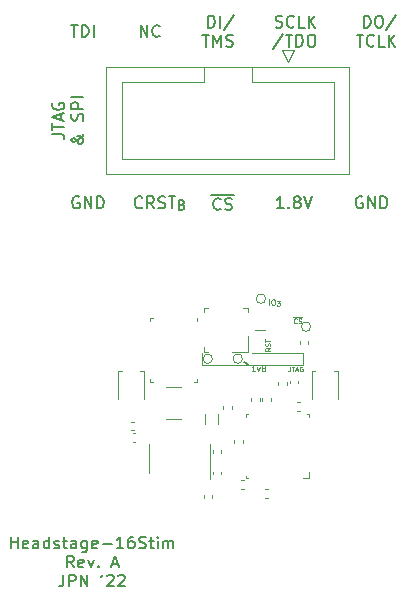
<source format=gto>
%TF.GenerationSoftware,KiCad,Pcbnew,(6.0.0)*%
%TF.CreationDate,2022-12-05T09:44:38-05:00*%
%TF.ProjectId,headstage-16stim,68656164-7374-4616-9765-2d3136737469,A*%
%TF.SameCoordinates,Original*%
%TF.FileFunction,Legend,Top*%
%TF.FilePolarity,Positive*%
%FSLAX46Y46*%
G04 Gerber Fmt 4.6, Leading zero omitted, Abs format (unit mm)*
G04 Created by KiCad (PCBNEW (6.0.0)) date 2022-12-05 09:44:38*
%MOMM*%
%LPD*%
G01*
G04 APERTURE LIST*
%ADD10C,0.120000*%
%ADD11C,0.150000*%
%ADD12C,0.200000*%
%ADD13C,0.125000*%
%ADD14C,0.100000*%
G04 APERTURE END LIST*
D10*
X129890000Y-59230000D02*
X129890000Y-60230000D01*
X124740000Y-59690000D02*
G75*
G03*
X124740000Y-59690000I-400000J0D01*
G01*
X121310000Y-60230000D02*
X121310000Y-59230000D01*
X121310000Y-60230000D02*
X129890000Y-60230000D01*
D11*
X125270000Y-60180000D02*
X124870000Y-59950000D01*
D10*
X122200000Y-59700000D02*
G75*
G03*
X122200000Y-59700000I-400000J0D01*
G01*
X125510000Y-59230000D02*
X129890000Y-59230000D01*
D12*
X128225236Y-46952380D02*
X127653808Y-46952380D01*
X127939522Y-46952380D02*
X127939522Y-45952380D01*
X127844284Y-46095238D01*
X127749046Y-46190476D01*
X127653808Y-46238095D01*
X128653808Y-46857142D02*
X128701427Y-46904761D01*
X128653808Y-46952380D01*
X128606189Y-46904761D01*
X128653808Y-46857142D01*
X128653808Y-46952380D01*
X129272855Y-46380952D02*
X129177617Y-46333333D01*
X129129998Y-46285714D01*
X129082379Y-46190476D01*
X129082379Y-46142857D01*
X129129998Y-46047619D01*
X129177617Y-46000000D01*
X129272855Y-45952380D01*
X129463332Y-45952380D01*
X129558570Y-46000000D01*
X129606189Y-46047619D01*
X129653808Y-46142857D01*
X129653808Y-46190476D01*
X129606189Y-46285714D01*
X129558570Y-46333333D01*
X129463332Y-46380952D01*
X129272855Y-46380952D01*
X129177617Y-46428571D01*
X129129998Y-46476190D01*
X129082379Y-46571428D01*
X129082379Y-46761904D01*
X129129998Y-46857142D01*
X129177617Y-46904761D01*
X129272855Y-46952380D01*
X129463332Y-46952380D01*
X129558570Y-46904761D01*
X129606189Y-46857142D01*
X129653808Y-46761904D01*
X129653808Y-46571428D01*
X129606189Y-46476190D01*
X129558570Y-46428571D01*
X129463332Y-46380952D01*
X129939522Y-45952380D02*
X130272855Y-46952380D01*
X130606189Y-45952380D01*
X116239523Y-46857142D02*
X116191904Y-46904761D01*
X116049047Y-46952380D01*
X115953809Y-46952380D01*
X115810952Y-46904761D01*
X115715714Y-46809523D01*
X115668095Y-46714285D01*
X115620476Y-46523809D01*
X115620476Y-46380952D01*
X115668095Y-46190476D01*
X115715714Y-46095238D01*
X115810952Y-46000000D01*
X115953809Y-45952380D01*
X116049047Y-45952380D01*
X116191904Y-46000000D01*
X116239523Y-46047619D01*
X117239523Y-46952380D02*
X116906190Y-46476190D01*
X116668095Y-46952380D02*
X116668095Y-45952380D01*
X117049047Y-45952380D01*
X117144285Y-46000000D01*
X117191904Y-46047619D01*
X117239523Y-46142857D01*
X117239523Y-46285714D01*
X117191904Y-46380952D01*
X117144285Y-46428571D01*
X117049047Y-46476190D01*
X116668095Y-46476190D01*
X117620476Y-46904761D02*
X117763333Y-46952380D01*
X118001428Y-46952380D01*
X118096666Y-46904761D01*
X118144285Y-46857142D01*
X118191904Y-46761904D01*
X118191904Y-46666666D01*
X118144285Y-46571428D01*
X118096666Y-46523809D01*
X118001428Y-46476190D01*
X117810952Y-46428571D01*
X117715714Y-46380952D01*
X117668095Y-46333333D01*
X117620476Y-46238095D01*
X117620476Y-46142857D01*
X117668095Y-46047619D01*
X117715714Y-46000000D01*
X117810952Y-45952380D01*
X118049047Y-45952380D01*
X118191904Y-46000000D01*
X118477619Y-45952380D02*
X119049047Y-45952380D01*
X118763333Y-46952380D02*
X118763333Y-45952380D01*
X119601428Y-46642857D02*
X119715714Y-46680952D01*
X119753809Y-46719047D01*
X119791904Y-46795238D01*
X119791904Y-46909523D01*
X119753809Y-46985714D01*
X119715714Y-47023809D01*
X119639523Y-47061904D01*
X119334761Y-47061904D01*
X119334761Y-46261904D01*
X119601428Y-46261904D01*
X119677619Y-46300000D01*
X119715714Y-46338095D01*
X119753809Y-46414285D01*
X119753809Y-46490476D01*
X119715714Y-46566666D01*
X119677619Y-46604761D01*
X119601428Y-46642857D01*
X119334761Y-46642857D01*
X122082380Y-45810000D02*
X123082380Y-45810000D01*
X122891903Y-46997142D02*
X122844284Y-47044761D01*
X122701427Y-47092380D01*
X122606189Y-47092380D01*
X122463332Y-47044761D01*
X122368094Y-46949523D01*
X122320475Y-46854285D01*
X122272856Y-46663809D01*
X122272856Y-46520952D01*
X122320475Y-46330476D01*
X122368094Y-46235238D01*
X122463332Y-46140000D01*
X122606189Y-46092380D01*
X122701427Y-46092380D01*
X122844284Y-46140000D01*
X122891903Y-46187619D01*
X123082380Y-45810000D02*
X124034760Y-45810000D01*
X123272856Y-47044761D02*
X123415713Y-47092380D01*
X123653808Y-47092380D01*
X123749046Y-47044761D01*
X123796665Y-46997142D01*
X123844284Y-46901904D01*
X123844284Y-46806666D01*
X123796665Y-46711428D01*
X123749046Y-46663809D01*
X123653808Y-46616190D01*
X123463332Y-46568571D01*
X123368094Y-46520952D01*
X123320475Y-46473333D01*
X123272856Y-46378095D01*
X123272856Y-46282857D01*
X123320475Y-46187619D01*
X123368094Y-46140000D01*
X123463332Y-46092380D01*
X123701427Y-46092380D01*
X123844284Y-46140000D01*
X134891904Y-46000000D02*
X134796666Y-45952380D01*
X134653809Y-45952380D01*
X134510952Y-46000000D01*
X134415714Y-46095238D01*
X134368095Y-46190476D01*
X134320476Y-46380952D01*
X134320476Y-46523809D01*
X134368095Y-46714285D01*
X134415714Y-46809523D01*
X134510952Y-46904761D01*
X134653809Y-46952380D01*
X134749047Y-46952380D01*
X134891904Y-46904761D01*
X134939523Y-46857142D01*
X134939523Y-46523809D01*
X134749047Y-46523809D01*
X135368095Y-46952380D02*
X135368095Y-45952380D01*
X135939523Y-46952380D01*
X135939523Y-45952380D01*
X136415714Y-46952380D02*
X136415714Y-45952380D01*
X136653809Y-45952380D01*
X136796666Y-46000000D01*
X136891904Y-46095238D01*
X136939523Y-46190476D01*
X136987142Y-46380952D01*
X136987142Y-46523809D01*
X136939523Y-46714285D01*
X136891904Y-46809523D01*
X136796666Y-46904761D01*
X136653809Y-46952380D01*
X136415714Y-46952380D01*
X135012857Y-31647380D02*
X135012857Y-30647380D01*
X135250952Y-30647380D01*
X135393809Y-30695000D01*
X135489047Y-30790238D01*
X135536666Y-30885476D01*
X135584285Y-31075952D01*
X135584285Y-31218809D01*
X135536666Y-31409285D01*
X135489047Y-31504523D01*
X135393809Y-31599761D01*
X135250952Y-31647380D01*
X135012857Y-31647380D01*
X136203333Y-30647380D02*
X136393809Y-30647380D01*
X136489047Y-30695000D01*
X136584285Y-30790238D01*
X136631904Y-30980714D01*
X136631904Y-31314047D01*
X136584285Y-31504523D01*
X136489047Y-31599761D01*
X136393809Y-31647380D01*
X136203333Y-31647380D01*
X136108095Y-31599761D01*
X136012857Y-31504523D01*
X135965238Y-31314047D01*
X135965238Y-30980714D01*
X136012857Y-30790238D01*
X136108095Y-30695000D01*
X136203333Y-30647380D01*
X137774761Y-30599761D02*
X136917619Y-31885476D01*
X134393809Y-32257380D02*
X134965238Y-32257380D01*
X134679523Y-33257380D02*
X134679523Y-32257380D01*
X135870000Y-33162142D02*
X135822380Y-33209761D01*
X135679523Y-33257380D01*
X135584285Y-33257380D01*
X135441428Y-33209761D01*
X135346190Y-33114523D01*
X135298571Y-33019285D01*
X135250952Y-32828809D01*
X135250952Y-32685952D01*
X135298571Y-32495476D01*
X135346190Y-32400238D01*
X135441428Y-32305000D01*
X135584285Y-32257380D01*
X135679523Y-32257380D01*
X135822380Y-32305000D01*
X135870000Y-32352619D01*
X136774761Y-33257380D02*
X136298571Y-33257380D01*
X136298571Y-32257380D01*
X137108095Y-33257380D02*
X137108095Y-32257380D01*
X137679523Y-33257380D02*
X137250952Y-32685952D01*
X137679523Y-32257380D02*
X137108095Y-32828809D01*
X108647380Y-40666666D02*
X109361666Y-40666666D01*
X109504523Y-40714285D01*
X109599761Y-40809523D01*
X109647380Y-40952380D01*
X109647380Y-41047619D01*
X108647380Y-40333333D02*
X108647380Y-39761904D01*
X109647380Y-40047619D02*
X108647380Y-40047619D01*
X109361666Y-39476190D02*
X109361666Y-39000000D01*
X109647380Y-39571428D02*
X108647380Y-39238095D01*
X109647380Y-38904761D01*
X108695000Y-38047619D02*
X108647380Y-38142857D01*
X108647380Y-38285714D01*
X108695000Y-38428571D01*
X108790238Y-38523809D01*
X108885476Y-38571428D01*
X109075952Y-38619047D01*
X109218809Y-38619047D01*
X109409285Y-38571428D01*
X109504523Y-38523809D01*
X109599761Y-38428571D01*
X109647380Y-38285714D01*
X109647380Y-38190476D01*
X109599761Y-38047619D01*
X109552142Y-38000000D01*
X109218809Y-38000000D01*
X109218809Y-38190476D01*
X111257380Y-40666666D02*
X111257380Y-40714285D01*
X111209761Y-40809523D01*
X111066904Y-40952380D01*
X110781190Y-41190476D01*
X110638333Y-41285714D01*
X110495476Y-41333333D01*
X110400238Y-41333333D01*
X110305000Y-41285714D01*
X110257380Y-41190476D01*
X110257380Y-41142857D01*
X110305000Y-41047619D01*
X110400238Y-41000000D01*
X110447857Y-41000000D01*
X110543095Y-41047619D01*
X110590714Y-41095238D01*
X110781190Y-41380952D01*
X110828809Y-41428571D01*
X110924047Y-41476190D01*
X111066904Y-41476190D01*
X111162142Y-41428571D01*
X111209761Y-41380952D01*
X111257380Y-41285714D01*
X111257380Y-41142857D01*
X111209761Y-41047619D01*
X111162142Y-41000000D01*
X110971666Y-40857142D01*
X110828809Y-40809523D01*
X110733571Y-40809523D01*
X111209761Y-39523809D02*
X111257380Y-39380952D01*
X111257380Y-39142857D01*
X111209761Y-39047619D01*
X111162142Y-39000000D01*
X111066904Y-38952380D01*
X110971666Y-38952380D01*
X110876428Y-39000000D01*
X110828809Y-39047619D01*
X110781190Y-39142857D01*
X110733571Y-39333333D01*
X110685952Y-39428571D01*
X110638333Y-39476190D01*
X110543095Y-39523809D01*
X110447857Y-39523809D01*
X110352619Y-39476190D01*
X110305000Y-39428571D01*
X110257380Y-39333333D01*
X110257380Y-39095238D01*
X110305000Y-38952380D01*
X111257380Y-38523809D02*
X110257380Y-38523809D01*
X110257380Y-38142857D01*
X110305000Y-38047619D01*
X110352619Y-38000000D01*
X110447857Y-37952380D01*
X110590714Y-37952380D01*
X110685952Y-38000000D01*
X110733571Y-38047619D01*
X110781190Y-38142857D01*
X110781190Y-38523809D01*
X111257380Y-37523809D02*
X110257380Y-37523809D01*
D13*
X125802202Y-60736190D02*
X125516488Y-60736190D01*
X125659345Y-60736190D02*
X125659345Y-60236190D01*
X125611726Y-60307619D01*
X125564107Y-60355238D01*
X125516488Y-60379047D01*
X125968869Y-60402857D02*
X126087916Y-60736190D01*
X126206964Y-60402857D01*
X126468869Y-60450476D02*
X126421250Y-60426666D01*
X126397440Y-60402857D01*
X126373630Y-60355238D01*
X126373630Y-60331428D01*
X126397440Y-60283809D01*
X126421250Y-60260000D01*
X126468869Y-60236190D01*
X126564107Y-60236190D01*
X126611726Y-60260000D01*
X126635535Y-60283809D01*
X126659345Y-60331428D01*
X126659345Y-60355238D01*
X126635535Y-60402857D01*
X126611726Y-60426666D01*
X126564107Y-60450476D01*
X126468869Y-60450476D01*
X126421250Y-60474285D01*
X126397440Y-60498095D01*
X126373630Y-60545714D01*
X126373630Y-60640952D01*
X126397440Y-60688571D01*
X126421250Y-60712380D01*
X126468869Y-60736190D01*
X126564107Y-60736190D01*
X126611726Y-60712380D01*
X126635535Y-60688571D01*
X126659345Y-60640952D01*
X126659345Y-60545714D01*
X126635535Y-60498095D01*
X126611726Y-60474285D01*
X126564107Y-60450476D01*
D12*
X116106904Y-32452380D02*
X116106904Y-31452380D01*
X116678332Y-32452380D01*
X116678332Y-31452380D01*
X117725951Y-32357142D02*
X117678332Y-32404761D01*
X117535475Y-32452380D01*
X117440237Y-32452380D01*
X117297380Y-32404761D01*
X117202142Y-32309523D01*
X117154523Y-32214285D01*
X117106904Y-32023809D01*
X117106904Y-31880952D01*
X117154523Y-31690476D01*
X117202142Y-31595238D01*
X117297380Y-31500000D01*
X117440237Y-31452380D01*
X117535475Y-31452380D01*
X117678332Y-31500000D01*
X117725951Y-31547619D01*
X110891904Y-46000000D02*
X110796666Y-45952380D01*
X110653809Y-45952380D01*
X110510952Y-46000000D01*
X110415714Y-46095238D01*
X110368095Y-46190476D01*
X110320476Y-46380952D01*
X110320476Y-46523809D01*
X110368095Y-46714285D01*
X110415714Y-46809523D01*
X110510952Y-46904761D01*
X110653809Y-46952380D01*
X110749047Y-46952380D01*
X110891904Y-46904761D01*
X110939523Y-46857142D01*
X110939523Y-46523809D01*
X110749047Y-46523809D01*
X111368095Y-46952380D02*
X111368095Y-45952380D01*
X111939523Y-46952380D01*
X111939523Y-45952380D01*
X112415714Y-46952380D02*
X112415714Y-45952380D01*
X112653809Y-45952380D01*
X112796666Y-46000000D01*
X112891904Y-46095238D01*
X112939523Y-46190476D01*
X112987142Y-46380952D01*
X112987142Y-46523809D01*
X112939523Y-46714285D01*
X112891904Y-46809523D01*
X112796666Y-46904761D01*
X112653809Y-46952380D01*
X112415714Y-46952380D01*
X105129047Y-75752380D02*
X105129047Y-74752380D01*
X105129047Y-75228571D02*
X105700476Y-75228571D01*
X105700476Y-75752380D02*
X105700476Y-74752380D01*
X106557619Y-75704761D02*
X106462380Y-75752380D01*
X106271904Y-75752380D01*
X106176666Y-75704761D01*
X106129047Y-75609523D01*
X106129047Y-75228571D01*
X106176666Y-75133333D01*
X106271904Y-75085714D01*
X106462380Y-75085714D01*
X106557619Y-75133333D01*
X106605238Y-75228571D01*
X106605238Y-75323809D01*
X106129047Y-75419047D01*
X107462380Y-75752380D02*
X107462380Y-75228571D01*
X107414761Y-75133333D01*
X107319523Y-75085714D01*
X107129047Y-75085714D01*
X107033809Y-75133333D01*
X107462380Y-75704761D02*
X107367142Y-75752380D01*
X107129047Y-75752380D01*
X107033809Y-75704761D01*
X106986190Y-75609523D01*
X106986190Y-75514285D01*
X107033809Y-75419047D01*
X107129047Y-75371428D01*
X107367142Y-75371428D01*
X107462380Y-75323809D01*
X108367142Y-75752380D02*
X108367142Y-74752380D01*
X108367142Y-75704761D02*
X108271904Y-75752380D01*
X108081428Y-75752380D01*
X107986190Y-75704761D01*
X107938571Y-75657142D01*
X107890952Y-75561904D01*
X107890952Y-75276190D01*
X107938571Y-75180952D01*
X107986190Y-75133333D01*
X108081428Y-75085714D01*
X108271904Y-75085714D01*
X108367142Y-75133333D01*
X108795714Y-75704761D02*
X108890952Y-75752380D01*
X109081428Y-75752380D01*
X109176666Y-75704761D01*
X109224285Y-75609523D01*
X109224285Y-75561904D01*
X109176666Y-75466666D01*
X109081428Y-75419047D01*
X108938571Y-75419047D01*
X108843333Y-75371428D01*
X108795714Y-75276190D01*
X108795714Y-75228571D01*
X108843333Y-75133333D01*
X108938571Y-75085714D01*
X109081428Y-75085714D01*
X109176666Y-75133333D01*
X109510000Y-75085714D02*
X109890952Y-75085714D01*
X109652857Y-74752380D02*
X109652857Y-75609523D01*
X109700476Y-75704761D01*
X109795714Y-75752380D01*
X109890952Y-75752380D01*
X110652857Y-75752380D02*
X110652857Y-75228571D01*
X110605238Y-75133333D01*
X110510000Y-75085714D01*
X110319523Y-75085714D01*
X110224285Y-75133333D01*
X110652857Y-75704761D02*
X110557619Y-75752380D01*
X110319523Y-75752380D01*
X110224285Y-75704761D01*
X110176666Y-75609523D01*
X110176666Y-75514285D01*
X110224285Y-75419047D01*
X110319523Y-75371428D01*
X110557619Y-75371428D01*
X110652857Y-75323809D01*
X111557619Y-75085714D02*
X111557619Y-75895238D01*
X111510000Y-75990476D01*
X111462380Y-76038095D01*
X111367142Y-76085714D01*
X111224285Y-76085714D01*
X111129047Y-76038095D01*
X111557619Y-75704761D02*
X111462380Y-75752380D01*
X111271904Y-75752380D01*
X111176666Y-75704761D01*
X111129047Y-75657142D01*
X111081428Y-75561904D01*
X111081428Y-75276190D01*
X111129047Y-75180952D01*
X111176666Y-75133333D01*
X111271904Y-75085714D01*
X111462380Y-75085714D01*
X111557619Y-75133333D01*
X112414761Y-75704761D02*
X112319523Y-75752380D01*
X112129047Y-75752380D01*
X112033809Y-75704761D01*
X111986190Y-75609523D01*
X111986190Y-75228571D01*
X112033809Y-75133333D01*
X112129047Y-75085714D01*
X112319523Y-75085714D01*
X112414761Y-75133333D01*
X112462380Y-75228571D01*
X112462380Y-75323809D01*
X111986190Y-75419047D01*
X112890952Y-75371428D02*
X113652857Y-75371428D01*
X114652857Y-75752380D02*
X114081428Y-75752380D01*
X114367142Y-75752380D02*
X114367142Y-74752380D01*
X114271904Y-74895238D01*
X114176666Y-74990476D01*
X114081428Y-75038095D01*
X115510000Y-74752380D02*
X115319523Y-74752380D01*
X115224285Y-74800000D01*
X115176666Y-74847619D01*
X115081428Y-74990476D01*
X115033809Y-75180952D01*
X115033809Y-75561904D01*
X115081428Y-75657142D01*
X115129047Y-75704761D01*
X115224285Y-75752380D01*
X115414761Y-75752380D01*
X115510000Y-75704761D01*
X115557619Y-75657142D01*
X115605238Y-75561904D01*
X115605238Y-75323809D01*
X115557619Y-75228571D01*
X115510000Y-75180952D01*
X115414761Y-75133333D01*
X115224285Y-75133333D01*
X115129047Y-75180952D01*
X115081428Y-75228571D01*
X115033809Y-75323809D01*
X115986190Y-75704761D02*
X116129047Y-75752380D01*
X116367142Y-75752380D01*
X116462380Y-75704761D01*
X116510000Y-75657142D01*
X116557619Y-75561904D01*
X116557619Y-75466666D01*
X116510000Y-75371428D01*
X116462380Y-75323809D01*
X116367142Y-75276190D01*
X116176666Y-75228571D01*
X116081428Y-75180952D01*
X116033809Y-75133333D01*
X115986190Y-75038095D01*
X115986190Y-74942857D01*
X116033809Y-74847619D01*
X116081428Y-74800000D01*
X116176666Y-74752380D01*
X116414761Y-74752380D01*
X116557619Y-74800000D01*
X116843333Y-75085714D02*
X117224285Y-75085714D01*
X116986190Y-74752380D02*
X116986190Y-75609523D01*
X117033809Y-75704761D01*
X117129047Y-75752380D01*
X117224285Y-75752380D01*
X117557619Y-75752380D02*
X117557619Y-75085714D01*
X117557619Y-74752380D02*
X117510000Y-74800000D01*
X117557619Y-74847619D01*
X117605238Y-74800000D01*
X117557619Y-74752380D01*
X117557619Y-74847619D01*
X118033809Y-75752380D02*
X118033809Y-75085714D01*
X118033809Y-75180952D02*
X118081428Y-75133333D01*
X118176666Y-75085714D01*
X118319523Y-75085714D01*
X118414761Y-75133333D01*
X118462380Y-75228571D01*
X118462380Y-75752380D01*
X118462380Y-75228571D02*
X118510000Y-75133333D01*
X118605238Y-75085714D01*
X118748095Y-75085714D01*
X118843333Y-75133333D01*
X118890952Y-75228571D01*
X118890952Y-75752380D01*
X110462380Y-77362380D02*
X110129047Y-76886190D01*
X109890952Y-77362380D02*
X109890952Y-76362380D01*
X110271904Y-76362380D01*
X110367142Y-76410000D01*
X110414761Y-76457619D01*
X110462380Y-76552857D01*
X110462380Y-76695714D01*
X110414761Y-76790952D01*
X110367142Y-76838571D01*
X110271904Y-76886190D01*
X109890952Y-76886190D01*
X111271904Y-77314761D02*
X111176666Y-77362380D01*
X110986190Y-77362380D01*
X110890952Y-77314761D01*
X110843333Y-77219523D01*
X110843333Y-76838571D01*
X110890952Y-76743333D01*
X110986190Y-76695714D01*
X111176666Y-76695714D01*
X111271904Y-76743333D01*
X111319523Y-76838571D01*
X111319523Y-76933809D01*
X110843333Y-77029047D01*
X111652857Y-76695714D02*
X111890952Y-77362380D01*
X112129047Y-76695714D01*
X112510000Y-77267142D02*
X112557619Y-77314761D01*
X112510000Y-77362380D01*
X112462380Y-77314761D01*
X112510000Y-77267142D01*
X112510000Y-77362380D01*
X113700476Y-77076666D02*
X114176666Y-77076666D01*
X113605238Y-77362380D02*
X113938571Y-76362380D01*
X114271904Y-77362380D01*
X109557619Y-77972380D02*
X109557619Y-78686666D01*
X109510000Y-78829523D01*
X109414761Y-78924761D01*
X109271904Y-78972380D01*
X109176666Y-78972380D01*
X110033809Y-78972380D02*
X110033809Y-77972380D01*
X110414761Y-77972380D01*
X110510000Y-78020000D01*
X110557619Y-78067619D01*
X110605238Y-78162857D01*
X110605238Y-78305714D01*
X110557619Y-78400952D01*
X110510000Y-78448571D01*
X110414761Y-78496190D01*
X110033809Y-78496190D01*
X111033809Y-78972380D02*
X111033809Y-77972380D01*
X111605238Y-78972380D01*
X111605238Y-77972380D01*
X112890952Y-77972380D02*
X112795714Y-78162857D01*
X113271904Y-78067619D02*
X113319523Y-78020000D01*
X113414761Y-77972380D01*
X113652857Y-77972380D01*
X113748095Y-78020000D01*
X113795714Y-78067619D01*
X113843333Y-78162857D01*
X113843333Y-78258095D01*
X113795714Y-78400952D01*
X113224285Y-78972380D01*
X113843333Y-78972380D01*
X114224285Y-78067619D02*
X114271904Y-78020000D01*
X114367142Y-77972380D01*
X114605238Y-77972380D01*
X114700476Y-78020000D01*
X114748095Y-78067619D01*
X114795714Y-78162857D01*
X114795714Y-78258095D01*
X114748095Y-78400952D01*
X114176666Y-78972380D01*
X114795714Y-78972380D01*
X121824760Y-31647380D02*
X121824760Y-30647380D01*
X122062855Y-30647380D01*
X122205713Y-30695000D01*
X122300951Y-30790238D01*
X122348570Y-30885476D01*
X122396189Y-31075952D01*
X122396189Y-31218809D01*
X122348570Y-31409285D01*
X122300951Y-31504523D01*
X122205713Y-31599761D01*
X122062855Y-31647380D01*
X121824760Y-31647380D01*
X122824760Y-31647380D02*
X122824760Y-30647380D01*
X124015236Y-30599761D02*
X123158094Y-31885476D01*
X121348570Y-32257380D02*
X121919998Y-32257380D01*
X121634284Y-33257380D02*
X121634284Y-32257380D01*
X122253332Y-33257380D02*
X122253332Y-32257380D01*
X122586665Y-32971666D01*
X122919998Y-32257380D01*
X122919998Y-33257380D01*
X123348570Y-33209761D02*
X123491427Y-33257380D01*
X123729522Y-33257380D01*
X123824760Y-33209761D01*
X123872379Y-33162142D01*
X123919998Y-33066904D01*
X123919998Y-32971666D01*
X123872379Y-32876428D01*
X123824760Y-32828809D01*
X123729522Y-32781190D01*
X123539046Y-32733571D01*
X123443808Y-32685952D01*
X123396189Y-32638333D01*
X123348570Y-32543095D01*
X123348570Y-32447857D01*
X123396189Y-32352619D01*
X123443808Y-32305000D01*
X123539046Y-32257380D01*
X123777141Y-32257380D01*
X123919998Y-32305000D01*
X127533093Y-31599761D02*
X127675950Y-31647380D01*
X127914045Y-31647380D01*
X128009283Y-31599761D01*
X128056902Y-31552142D01*
X128104522Y-31456904D01*
X128104522Y-31361666D01*
X128056902Y-31266428D01*
X128009283Y-31218809D01*
X127914045Y-31171190D01*
X127723569Y-31123571D01*
X127628331Y-31075952D01*
X127580712Y-31028333D01*
X127533093Y-30933095D01*
X127533093Y-30837857D01*
X127580712Y-30742619D01*
X127628331Y-30695000D01*
X127723569Y-30647380D01*
X127961664Y-30647380D01*
X128104522Y-30695000D01*
X129104522Y-31552142D02*
X129056902Y-31599761D01*
X128914045Y-31647380D01*
X128818807Y-31647380D01*
X128675950Y-31599761D01*
X128580712Y-31504523D01*
X128533093Y-31409285D01*
X128485474Y-31218809D01*
X128485474Y-31075952D01*
X128533093Y-30885476D01*
X128580712Y-30790238D01*
X128675950Y-30695000D01*
X128818807Y-30647380D01*
X128914045Y-30647380D01*
X129056902Y-30695000D01*
X129104522Y-30742619D01*
X130009283Y-31647380D02*
X129533093Y-31647380D01*
X129533093Y-30647380D01*
X130342617Y-31647380D02*
X130342617Y-30647380D01*
X130914045Y-31647380D02*
X130485474Y-31075952D01*
X130914045Y-30647380D02*
X130342617Y-31218809D01*
X128199760Y-32209761D02*
X127342617Y-33495476D01*
X128390236Y-32257380D02*
X128961664Y-32257380D01*
X128675950Y-33257380D02*
X128675950Y-32257380D01*
X129294998Y-33257380D02*
X129294998Y-32257380D01*
X129533093Y-32257380D01*
X129675950Y-32305000D01*
X129771188Y-32400238D01*
X129818807Y-32495476D01*
X129866426Y-32685952D01*
X129866426Y-32828809D01*
X129818807Y-33019285D01*
X129771188Y-33114523D01*
X129675950Y-33209761D01*
X129533093Y-33257380D01*
X129294998Y-33257380D01*
X130485474Y-32257380D02*
X130675950Y-32257380D01*
X130771188Y-32305000D01*
X130866426Y-32400238D01*
X130914045Y-32590714D01*
X130914045Y-32924047D01*
X130866426Y-33114523D01*
X130771188Y-33209761D01*
X130675950Y-33257380D01*
X130485474Y-33257380D01*
X130390236Y-33209761D01*
X130294998Y-33114523D01*
X130247379Y-32924047D01*
X130247379Y-32590714D01*
X130294998Y-32400238D01*
X130390236Y-32305000D01*
X130485474Y-32257380D01*
X110227142Y-31452380D02*
X110798571Y-31452380D01*
X110512857Y-32452380D02*
X110512857Y-31452380D01*
X111131904Y-32452380D02*
X111131904Y-31452380D01*
X111370000Y-31452380D01*
X111512857Y-31500000D01*
X111608095Y-31595238D01*
X111655714Y-31690476D01*
X111703333Y-31880952D01*
X111703333Y-32023809D01*
X111655714Y-32214285D01*
X111608095Y-32309523D01*
X111512857Y-32404761D01*
X111370000Y-32452380D01*
X111131904Y-32452380D01*
X112131904Y-32452380D02*
X112131904Y-31452380D01*
D13*
X126960297Y-55156190D02*
X126960297Y-54656190D01*
X127293630Y-54656190D02*
X127388869Y-54656190D01*
X127436488Y-54680000D01*
X127484107Y-54727619D01*
X127507916Y-54822857D01*
X127507916Y-54989523D01*
X127484107Y-55084761D01*
X127436488Y-55132380D01*
X127388869Y-55156190D01*
X127293630Y-55156190D01*
X127246011Y-55132380D01*
X127198392Y-55084761D01*
X127174583Y-54989523D01*
X127174583Y-54822857D01*
X127198392Y-54727619D01*
X127246011Y-54680000D01*
X127293630Y-54656190D01*
X127660297Y-54810952D02*
X127907916Y-54810952D01*
X127774583Y-54963333D01*
X127831726Y-54963333D01*
X127869821Y-54982380D01*
X127888869Y-55001428D01*
X127907916Y-55039523D01*
X127907916Y-55134761D01*
X127888869Y-55172857D01*
X127869821Y-55191904D01*
X127831726Y-55210952D01*
X127717440Y-55210952D01*
X127679345Y-55191904D01*
X127660297Y-55172857D01*
D14*
X128764523Y-60360952D02*
X128764523Y-60646666D01*
X128745476Y-60703809D01*
X128707380Y-60741904D01*
X128650238Y-60760952D01*
X128612142Y-60760952D01*
X128897857Y-60360952D02*
X129126428Y-60360952D01*
X129012142Y-60760952D02*
X129012142Y-60360952D01*
X129240714Y-60646666D02*
X129431190Y-60646666D01*
X129202619Y-60760952D02*
X129335952Y-60360952D01*
X129469285Y-60760952D01*
X129812142Y-60380000D02*
X129774047Y-60360952D01*
X129716904Y-60360952D01*
X129659761Y-60380000D01*
X129621666Y-60418095D01*
X129602619Y-60456190D01*
X129583571Y-60532380D01*
X129583571Y-60589523D01*
X129602619Y-60665714D01*
X129621666Y-60703809D01*
X129659761Y-60741904D01*
X129716904Y-60760952D01*
X129755000Y-60760952D01*
X129812142Y-60741904D01*
X129831190Y-60722857D01*
X129831190Y-60589523D01*
X129755000Y-60589523D01*
X127080952Y-58771190D02*
X126890476Y-58904523D01*
X127080952Y-58999761D02*
X126680952Y-58999761D01*
X126680952Y-58847380D01*
X126700000Y-58809285D01*
X126719047Y-58790238D01*
X126757142Y-58771190D01*
X126814285Y-58771190D01*
X126852380Y-58790238D01*
X126871428Y-58809285D01*
X126890476Y-58847380D01*
X126890476Y-58999761D01*
X127061904Y-58618809D02*
X127080952Y-58561666D01*
X127080952Y-58466428D01*
X127061904Y-58428333D01*
X127042857Y-58409285D01*
X127004761Y-58390238D01*
X126966666Y-58390238D01*
X126928571Y-58409285D01*
X126909523Y-58428333D01*
X126890476Y-58466428D01*
X126871428Y-58542619D01*
X126852380Y-58580714D01*
X126833333Y-58599761D01*
X126795238Y-58618809D01*
X126757142Y-58618809D01*
X126719047Y-58599761D01*
X126700000Y-58580714D01*
X126680952Y-58542619D01*
X126680952Y-58447380D01*
X126700000Y-58390238D01*
X126680952Y-58275952D02*
X126680952Y-58047380D01*
X127080952Y-58161666D02*
X126680952Y-58161666D01*
X129009523Y-56168000D02*
X129409523Y-56168000D01*
X129333333Y-56642857D02*
X129314285Y-56661904D01*
X129257142Y-56680952D01*
X129219047Y-56680952D01*
X129161904Y-56661904D01*
X129123809Y-56623809D01*
X129104761Y-56585714D01*
X129085714Y-56509523D01*
X129085714Y-56452380D01*
X129104761Y-56376190D01*
X129123809Y-56338095D01*
X129161904Y-56300000D01*
X129219047Y-56280952D01*
X129257142Y-56280952D01*
X129314285Y-56300000D01*
X129333333Y-56319047D01*
X129409523Y-56168000D02*
X129790476Y-56168000D01*
X129485714Y-56661904D02*
X129542857Y-56680952D01*
X129638095Y-56680952D01*
X129676190Y-56661904D01*
X129695238Y-56642857D01*
X129714285Y-56604761D01*
X129714285Y-56566666D01*
X129695238Y-56528571D01*
X129676190Y-56509523D01*
X129638095Y-56490476D01*
X129561904Y-56471428D01*
X129523809Y-56452380D01*
X129504761Y-56433333D01*
X129485714Y-56395238D01*
X129485714Y-56357142D01*
X129504761Y-56319047D01*
X129523809Y-56300000D01*
X129561904Y-56280952D01*
X129657142Y-56280952D01*
X129714285Y-56300000D01*
D10*
%TO.C,U8*%
X121462953Y-59082359D02*
X121462953Y-58732359D01*
X125162953Y-57782359D02*
X125162953Y-59082359D01*
X124812953Y-55382359D02*
X125162953Y-55382359D01*
X121812953Y-59082359D02*
X121462953Y-59082359D01*
X121462953Y-55732359D02*
X121462953Y-55382359D01*
X125162953Y-59082359D02*
X123812953Y-59082359D01*
X125162953Y-55382359D02*
X125162953Y-55732359D01*
X121462953Y-55382359D02*
X121812953Y-55382359D01*
%TO.C,D2*%
X126612953Y-57232359D02*
X125812953Y-57232359D01*
%TO.C,U7*%
X125000000Y-69600000D02*
X125000000Y-69800000D01*
X130400000Y-69800000D02*
X129825000Y-69800000D01*
X125000000Y-64400000D02*
X125000000Y-64600000D01*
X125200000Y-69800000D02*
X125000000Y-69800000D01*
X130400000Y-64400000D02*
X130200000Y-64400000D01*
X130400000Y-64400000D02*
X130400000Y-64600000D01*
X125200000Y-64400000D02*
X125000000Y-64400000D01*
X130400000Y-69250001D02*
X130400000Y-69800000D01*
%TO.C,J3*%
X125550000Y-36267500D02*
X132490000Y-36267500D01*
X128580000Y-34567500D02*
X129080000Y-33567500D01*
X113210000Y-34957500D02*
X133790000Y-34957500D01*
X114510000Y-36267500D02*
X121450000Y-36267500D01*
X129080000Y-33567500D02*
X128080000Y-33567500D01*
X132490000Y-42767500D02*
X114510000Y-42767500D01*
X121450000Y-36267500D02*
X121450000Y-34957500D01*
X121450000Y-36267500D02*
X121450000Y-36267500D01*
X133790000Y-34957500D02*
X133790000Y-44077500D01*
X125550000Y-34957500D02*
X125550000Y-36267500D01*
X114510000Y-42767500D02*
X114510000Y-36267500D01*
X133790000Y-44077500D02*
X113210000Y-44077500D01*
X128080000Y-33567500D02*
X128580000Y-34567500D01*
X113210000Y-44077500D02*
X113210000Y-34957500D01*
X132490000Y-36267500D02*
X132490000Y-42767500D01*
%TO.C,C29*%
X115462164Y-65990000D02*
X115677836Y-65990000D01*
X115462164Y-66710000D02*
X115677836Y-66710000D01*
%TO.C,C34*%
X124040000Y-66592164D02*
X124040000Y-66807836D01*
X124760000Y-66592164D02*
X124760000Y-66807836D01*
%TO.C,D3*%
X130900000Y-60700000D02*
X130600000Y-60700000D01*
X130600000Y-60700000D02*
X130600000Y-63100000D01*
X132500000Y-60700000D02*
X132800000Y-60700000D01*
X132800000Y-60700000D02*
X132800000Y-63100000D01*
%TO.C,C12*%
X126190000Y-63227836D02*
X126190000Y-63012164D01*
X125470000Y-63227836D02*
X125470000Y-63012164D01*
%TO.C,C17*%
X124867836Y-70680000D02*
X124652164Y-70680000D01*
X124867836Y-69960000D02*
X124652164Y-69960000D01*
%TO.C,C63*%
X122160000Y-71457836D02*
X122160000Y-71242164D01*
X121440000Y-71457836D02*
X121440000Y-71242164D01*
%TO.C,C2*%
X123810000Y-63907836D02*
X123810000Y-63692164D01*
X123090000Y-63907836D02*
X123090000Y-63692164D01*
%TO.C,C1*%
X126887836Y-71460000D02*
X126672164Y-71460000D01*
X126887836Y-70740000D02*
X126672164Y-70740000D01*
%TO.C,U4*%
X116800000Y-66900000D02*
X116800000Y-69400000D01*
X122000000Y-66900000D02*
X122000000Y-69900000D01*
%TO.C,U3*%
X120910000Y-61697500D02*
X120910000Y-61437500D01*
X120910000Y-61697500D02*
X120650000Y-61697500D01*
X120910000Y-56277500D02*
X120910000Y-56537500D01*
X116890000Y-61697500D02*
X117150000Y-61697500D01*
X116890000Y-61697500D02*
X116890000Y-61437500D01*
X116890000Y-56277500D02*
X116890000Y-56537500D01*
X116890000Y-56277500D02*
X117150000Y-56277500D01*
%TO.C,L9*%
X121540000Y-64400378D02*
X121540000Y-65199622D01*
X122660000Y-64400378D02*
X122660000Y-65199622D01*
%TO.C,L8*%
X118297936Y-64820000D02*
X119502064Y-64820000D01*
X118297936Y-62100000D02*
X119502064Y-62100000D01*
%TO.C,C25*%
X130310000Y-58407836D02*
X130310000Y-58192164D01*
X129590000Y-58407836D02*
X129590000Y-58192164D01*
%TO.C,C35*%
X127765000Y-61907836D02*
X127765000Y-61692164D01*
X128485000Y-61907836D02*
X128485000Y-61692164D01*
%TO.C,TP9*%
X130520000Y-56970000D02*
G75*
G03*
X130520000Y-56970000I-400000J0D01*
G01*
%TO.C,C13*%
X126390000Y-63227836D02*
X126390000Y-63012164D01*
X127110000Y-63227836D02*
X127110000Y-63012164D01*
%TO.C,TP2*%
X126700000Y-54600000D02*
G75*
G03*
X126700000Y-54600000I-400000J0D01*
G01*
%TO.C,C3*%
X128740000Y-61757836D02*
X128740000Y-61542164D01*
X129460000Y-61757836D02*
X129460000Y-61542164D01*
%TO.C,C10*%
X129392164Y-63390000D02*
X129607836Y-63390000D01*
X129392164Y-64110000D02*
X129607836Y-64110000D01*
%TO.C,C64*%
X122960000Y-69262164D02*
X122960000Y-69477836D01*
X122240000Y-69262164D02*
X122240000Y-69477836D01*
%TO.C,C33*%
X115312164Y-65760000D02*
X115527836Y-65760000D01*
X115312164Y-65040000D02*
X115527836Y-65040000D01*
%TO.C,D1*%
X114200000Y-60700000D02*
X114200000Y-63100000D01*
X114500000Y-60700000D02*
X114200000Y-60700000D01*
X116100000Y-60700000D02*
X116400000Y-60700000D01*
X116400000Y-60700000D02*
X116400000Y-63100000D01*
%TO.C,C59*%
X122960000Y-67657836D02*
X122960000Y-67442164D01*
X122240000Y-67657836D02*
X122240000Y-67442164D01*
%TD*%
M02*

</source>
